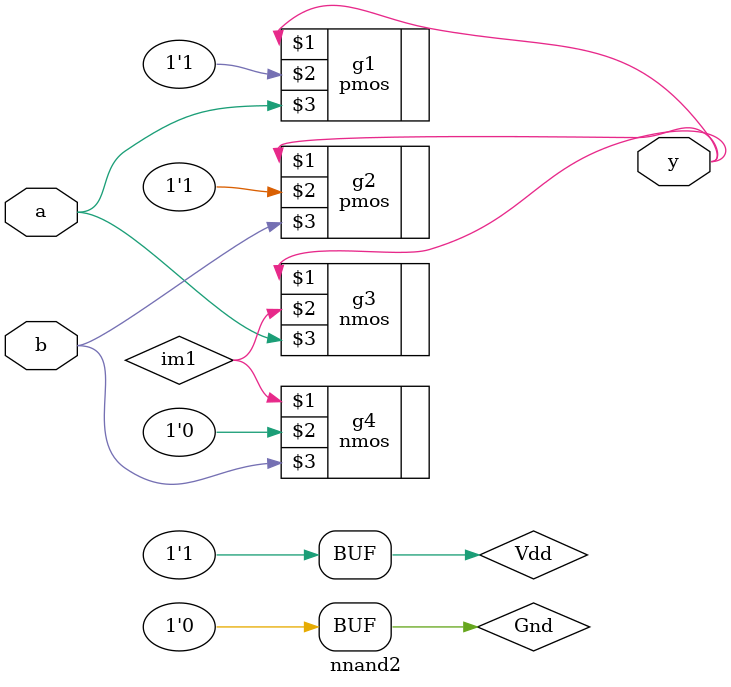
<source format=v>
module nnand2(
	input a,b,
	output y);
	
	supply0 Gnd;
	supply1 Vdd;
	wire im1;
	pmos g1(y, Vdd, a);
	pmos g2(y, Vdd, b);
	nmos g3(y, im1, a);
	nmos g4(im1, Gnd, b);
endmodule
</source>
